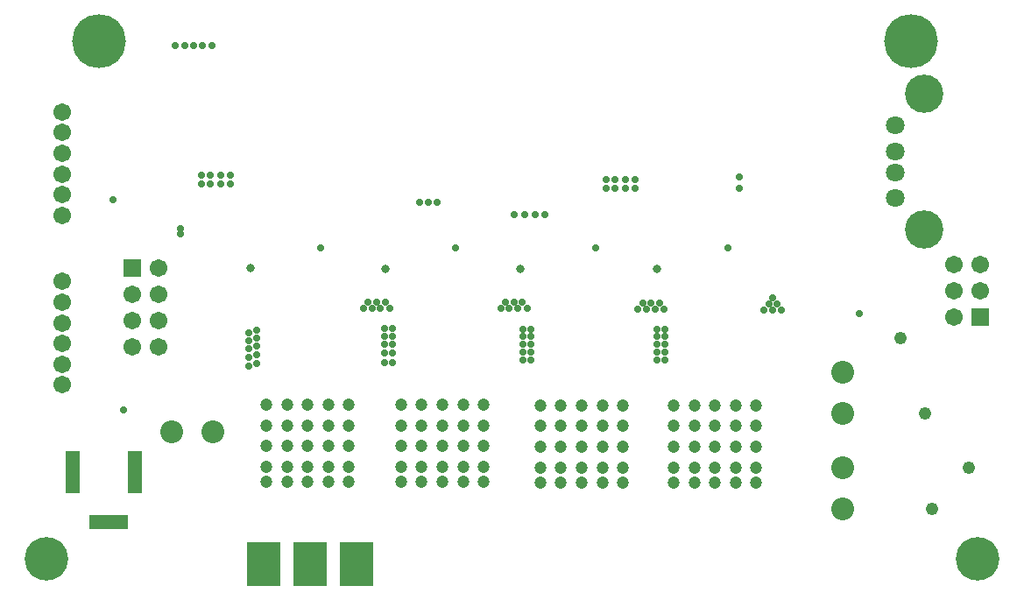
<source format=gbs>
G04 Layer_Color=16711935*
%FSLAX25Y25*%
%MOIN*%
G70*
G01*
G75*
%ADD75C,0.04737*%
%ADD76C,0.14579*%
%ADD77C,0.07099*%
%ADD78C,0.08674*%
%ADD79R,0.05524X0.16154*%
%ADD80R,0.14579X0.05524*%
%ADD81C,0.06706*%
%ADD82R,0.06706X0.06706*%
%ADD83R,0.12611X0.16548*%
%ADD84C,0.16548*%
%ADD85C,0.20485*%
%ADD86C,0.02800*%
%ADD87C,0.03300*%
%ADD88C,0.04800*%
D75*
X10752Y-66707D02*
D03*
X18626D02*
D03*
X26500D02*
D03*
X34374D02*
D03*
X42248D02*
D03*
X10752Y-37376D02*
D03*
X18626D02*
D03*
X26500D02*
D03*
X34374D02*
D03*
X42248D02*
D03*
Y-45250D02*
D03*
X34374D02*
D03*
X26500D02*
D03*
X18626D02*
D03*
X10752D02*
D03*
X42248Y-53124D02*
D03*
X34374D02*
D03*
X26500D02*
D03*
X18626D02*
D03*
X10752D02*
D03*
X42248Y-60998D02*
D03*
X34374D02*
D03*
X26500D02*
D03*
X18626D02*
D03*
X10752D02*
D03*
X61502Y-66707D02*
D03*
X69376D02*
D03*
X77250D02*
D03*
X85124D02*
D03*
X92998D02*
D03*
X61502Y-37376D02*
D03*
X69376D02*
D03*
X77250D02*
D03*
X85124D02*
D03*
X92998D02*
D03*
Y-45250D02*
D03*
X85124D02*
D03*
X77250D02*
D03*
X69376D02*
D03*
X61502D02*
D03*
X92998Y-53124D02*
D03*
X85124D02*
D03*
X77250D02*
D03*
X69376D02*
D03*
X61502D02*
D03*
X92998Y-60998D02*
D03*
X85124D02*
D03*
X77250D02*
D03*
X69376D02*
D03*
X61502D02*
D03*
X-93498Y-66457D02*
D03*
X-85624D02*
D03*
X-77750D02*
D03*
X-69876D02*
D03*
X-62002D02*
D03*
X-93498Y-37126D02*
D03*
X-85624D02*
D03*
X-77750D02*
D03*
X-69876D02*
D03*
X-62002D02*
D03*
Y-45000D02*
D03*
X-69876D02*
D03*
X-77750D02*
D03*
X-85624D02*
D03*
X-93498D02*
D03*
X-62002Y-52874D02*
D03*
X-69876D02*
D03*
X-77750D02*
D03*
X-85624D02*
D03*
X-93498D02*
D03*
X-62002Y-60748D02*
D03*
X-69876D02*
D03*
X-77750D02*
D03*
X-85624D02*
D03*
X-93498D02*
D03*
X-42248Y-66506D02*
D03*
X-34374D02*
D03*
X-26500D02*
D03*
X-18626D02*
D03*
X-10752D02*
D03*
X-42248Y-37175D02*
D03*
X-34374D02*
D03*
X-26500D02*
D03*
X-18626D02*
D03*
X-10752D02*
D03*
Y-45049D02*
D03*
X-18626D02*
D03*
X-26500D02*
D03*
X-34374D02*
D03*
X-42248D02*
D03*
X-10752Y-52923D02*
D03*
X-18626D02*
D03*
X-26500D02*
D03*
X-34374D02*
D03*
X-42248D02*
D03*
X-10752Y-60797D02*
D03*
X-18626D02*
D03*
X-26500D02*
D03*
X-34374D02*
D03*
X-42248D02*
D03*
D76*
X156750Y81250D02*
D03*
Y29478D02*
D03*
D77*
X145923Y69045D02*
D03*
Y59203D02*
D03*
Y51329D02*
D03*
Y41486D02*
D03*
D78*
X-129500Y-47500D02*
D03*
X-113949D02*
D03*
X126000Y-40301D02*
D03*
Y-24750D02*
D03*
Y-76801D02*
D03*
Y-61250D02*
D03*
D79*
X-143628Y-62750D02*
D03*
X-167250D02*
D03*
D80*
X-153471Y-81648D02*
D03*
D81*
X-134626Y-15059D02*
D03*
X-144626D02*
D03*
X-134626Y-5059D02*
D03*
X-144626D02*
D03*
X-134626Y4941D02*
D03*
X-144626D02*
D03*
X-134626Y14941D02*
D03*
X168339Y16230D02*
D03*
X178339D02*
D03*
X168339Y6230D02*
D03*
X178339D02*
D03*
X168339Y-3770D02*
D03*
X-171000Y-29622D02*
D03*
Y-21748D02*
D03*
Y-13874D02*
D03*
Y-6000D02*
D03*
Y1874D02*
D03*
Y9748D02*
D03*
Y34878D02*
D03*
Y42752D02*
D03*
Y50626D02*
D03*
Y58500D02*
D03*
Y66374D02*
D03*
Y74248D02*
D03*
D82*
X-144626Y14941D02*
D03*
X178339Y-3770D02*
D03*
D83*
X-94500Y-97750D02*
D03*
X-59067D02*
D03*
X-76784D02*
D03*
D84*
X177252Y-95748D02*
D03*
X-177252D02*
D03*
D85*
X151748Y101252D02*
D03*
X-157248D02*
D03*
D86*
X-97250Y-8750D02*
D03*
Y-11750D02*
D03*
Y-14750D02*
D03*
Y-18000D02*
D03*
Y-21500D02*
D03*
X-100250Y-22500D02*
D03*
Y-19000D02*
D03*
Y-15750D02*
D03*
Y-12750D02*
D03*
Y-9750D02*
D03*
X-45500Y-21000D02*
D03*
Y-17500D02*
D03*
Y-14250D02*
D03*
Y-11250D02*
D03*
Y-8250D02*
D03*
X-48500Y-21000D02*
D03*
Y-17500D02*
D03*
Y-14250D02*
D03*
Y-11250D02*
D03*
Y-8250D02*
D03*
X7250Y-8500D02*
D03*
Y-11250D02*
D03*
Y-14250D02*
D03*
Y-17250D02*
D03*
Y-20250D02*
D03*
X4250D02*
D03*
Y-17250D02*
D03*
Y-14250D02*
D03*
Y-11250D02*
D03*
Y-8500D02*
D03*
X58250Y-20250D02*
D03*
Y-17250D02*
D03*
Y-14250D02*
D03*
Y-11250D02*
D03*
Y-8500D02*
D03*
X55250Y-20250D02*
D03*
Y-17250D02*
D03*
Y-14250D02*
D03*
Y-11250D02*
D03*
Y-8500D02*
D03*
X-56500Y-500D02*
D03*
X-53250D02*
D03*
X-50000D02*
D03*
X-46500D02*
D03*
X-48250Y1750D02*
D03*
X-51500D02*
D03*
X-54750D02*
D03*
X-2500D02*
D03*
X750D02*
D03*
X4000D02*
D03*
X5750Y-500D02*
D03*
X2250D02*
D03*
X-1000D02*
D03*
X-4250D02*
D03*
X49750Y1500D02*
D03*
X53000D02*
D03*
X56250D02*
D03*
X58000Y-750D02*
D03*
X54500D02*
D03*
X51250D02*
D03*
X48000D02*
D03*
X97750Y1250D02*
D03*
X101000D02*
D03*
X99250Y3500D02*
D03*
X102500Y-1000D02*
D03*
X99250D02*
D03*
X96000D02*
D03*
X-128000Y99500D02*
D03*
X-124500D02*
D03*
X-121250D02*
D03*
X-117750D02*
D03*
X-114000D02*
D03*
X-118250Y50250D02*
D03*
X-114750D02*
D03*
X-110750D02*
D03*
X-118250Y47000D02*
D03*
X-114750D02*
D03*
X-110750D02*
D03*
X-107250Y50250D02*
D03*
Y47000D02*
D03*
X46750Y45250D02*
D03*
Y48500D02*
D03*
X43250Y45250D02*
D03*
X39250D02*
D03*
X35750D02*
D03*
X43250Y48500D02*
D03*
X39250D02*
D03*
X35750D02*
D03*
X1000Y35250D02*
D03*
X5000D02*
D03*
X8750D02*
D03*
X12500D02*
D03*
X86500Y49500D02*
D03*
Y45250D02*
D03*
X-35000Y39750D02*
D03*
X-31750D02*
D03*
X-28500D02*
D03*
X-126000Y27750D02*
D03*
Y29750D02*
D03*
X-72750Y22500D02*
D03*
X-21500D02*
D03*
X31750D02*
D03*
X-151750Y40750D02*
D03*
X132250Y-2500D02*
D03*
X82250Y22500D02*
D03*
X-147750Y-39000D02*
D03*
D87*
X-99492Y14758D02*
D03*
X-48250Y14500D02*
D03*
X3258Y14508D02*
D03*
X55254Y14504D02*
D03*
D88*
X174000Y-61250D02*
D03*
X159949Y-76801D02*
D03*
X147750Y-11750D02*
D03*
X157301Y-40301D02*
D03*
M02*

</source>
